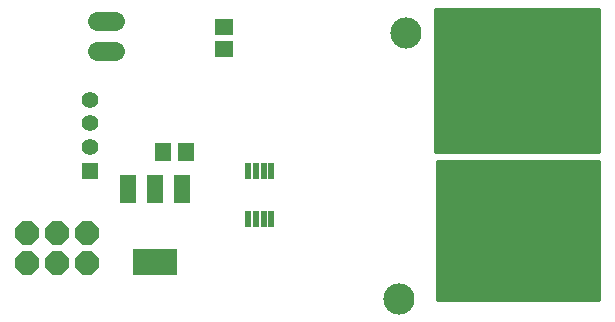
<source format=gbs>
G75*
%MOIN*%
%OFA0B0*%
%FSLAX24Y24*%
%IPPOS*%
%LPD*%
%AMOC8*
5,1,8,0,0,1.08239X$1,22.5*
%
%ADD10C,0.1040*%
%ADD11C,0.0100*%
%ADD12OC8,0.0780*%
%ADD13R,0.0520X0.0920*%
%ADD14R,0.1457X0.0906*%
%ADD15R,0.0631X0.0552*%
%ADD16R,0.0217X0.0552*%
%ADD17R,0.0552X0.0631*%
%ADD18R,0.0555X0.0555*%
%ADD19C,0.0555*%
%ADD20C,0.3583*%
%ADD21C,0.0640*%
D10*
X017318Y001109D03*
X017547Y009976D03*
D11*
X018518Y010009D02*
X023968Y010009D01*
X023968Y009911D02*
X018518Y009911D01*
X018518Y009812D02*
X023968Y009812D01*
X023968Y009714D02*
X018518Y009714D01*
X018518Y009615D02*
X023968Y009615D01*
X023968Y009517D02*
X018518Y009517D01*
X018518Y009418D02*
X023968Y009418D01*
X023968Y009320D02*
X018518Y009320D01*
X018518Y009221D02*
X023968Y009221D01*
X023968Y009123D02*
X018518Y009123D01*
X018518Y009024D02*
X023968Y009024D01*
X023968Y008926D02*
X018518Y008926D01*
X018518Y008827D02*
X023968Y008827D01*
X023968Y008729D02*
X018518Y008729D01*
X018518Y008630D02*
X023968Y008630D01*
X023968Y008532D02*
X018518Y008532D01*
X018518Y008433D02*
X023968Y008433D01*
X023968Y008335D02*
X018518Y008335D01*
X018518Y008236D02*
X023968Y008236D01*
X023968Y008138D02*
X018518Y008138D01*
X018518Y008039D02*
X023968Y008039D01*
X023968Y007941D02*
X018518Y007941D01*
X018518Y007842D02*
X023968Y007842D01*
X023968Y007744D02*
X018518Y007744D01*
X018518Y007645D02*
X023968Y007645D01*
X023968Y007547D02*
X018518Y007547D01*
X018518Y007448D02*
X023968Y007448D01*
X023968Y007350D02*
X018518Y007350D01*
X018518Y007251D02*
X023968Y007251D01*
X023968Y007153D02*
X018518Y007153D01*
X018518Y007054D02*
X023968Y007054D01*
X023968Y006956D02*
X018518Y006956D01*
X018518Y006857D02*
X023968Y006857D01*
X023968Y006759D02*
X018518Y006759D01*
X018518Y006660D02*
X023968Y006660D01*
X023968Y006562D02*
X018518Y006562D01*
X018518Y006463D02*
X023968Y006463D01*
X023968Y006365D02*
X018518Y006365D01*
X018518Y006266D02*
X023968Y006266D01*
X023968Y006168D02*
X018518Y006168D01*
X018518Y006069D02*
X023968Y006069D01*
X023968Y006009D02*
X018518Y006009D01*
X018518Y010759D01*
X023968Y010759D01*
X023968Y006009D01*
X023968Y005709D02*
X023968Y001059D01*
X018568Y001059D01*
X018568Y005709D01*
X023968Y005709D01*
X023968Y005675D02*
X018568Y005675D01*
X018568Y005577D02*
X023968Y005577D01*
X023968Y005478D02*
X018568Y005478D01*
X018568Y005380D02*
X023968Y005380D01*
X023968Y005281D02*
X018568Y005281D01*
X018568Y005183D02*
X023968Y005183D01*
X023968Y005084D02*
X018568Y005084D01*
X018568Y004986D02*
X023968Y004986D01*
X023968Y004887D02*
X018568Y004887D01*
X018568Y004789D02*
X023968Y004789D01*
X023968Y004690D02*
X018568Y004690D01*
X018568Y004592D02*
X023968Y004592D01*
X023968Y004493D02*
X018568Y004493D01*
X018568Y004395D02*
X023968Y004395D01*
X023968Y004296D02*
X018568Y004296D01*
X018568Y004198D02*
X023968Y004198D01*
X023968Y004099D02*
X018568Y004099D01*
X018568Y004001D02*
X023968Y004001D01*
X023968Y003902D02*
X018568Y003902D01*
X018568Y003804D02*
X023968Y003804D01*
X023968Y003705D02*
X018568Y003705D01*
X018568Y003607D02*
X023968Y003607D01*
X023968Y003508D02*
X018568Y003508D01*
X018568Y003410D02*
X023968Y003410D01*
X023968Y003311D02*
X018568Y003311D01*
X018568Y003213D02*
X023968Y003213D01*
X023968Y003114D02*
X018568Y003114D01*
X018568Y003016D02*
X023968Y003016D01*
X023968Y002917D02*
X018568Y002917D01*
X018568Y002819D02*
X023968Y002819D01*
X023968Y002720D02*
X018568Y002720D01*
X018568Y002622D02*
X023968Y002622D01*
X023968Y002523D02*
X018568Y002523D01*
X018568Y002425D02*
X023968Y002425D01*
X023968Y002326D02*
X018568Y002326D01*
X018568Y002228D02*
X023968Y002228D01*
X023968Y002129D02*
X018568Y002129D01*
X018568Y002031D02*
X023968Y002031D01*
X023968Y001932D02*
X018568Y001932D01*
X018568Y001834D02*
X023968Y001834D01*
X023968Y001735D02*
X018568Y001735D01*
X018568Y001637D02*
X023968Y001637D01*
X023968Y001538D02*
X018568Y001538D01*
X018568Y001440D02*
X023968Y001440D01*
X023968Y001341D02*
X018568Y001341D01*
X018568Y001243D02*
X023968Y001243D01*
X023968Y001144D02*
X018568Y001144D01*
X018518Y010108D02*
X023968Y010108D01*
X023968Y010206D02*
X018518Y010206D01*
X018518Y010305D02*
X023968Y010305D01*
X023968Y010403D02*
X018518Y010403D01*
X018518Y010502D02*
X023968Y010502D01*
X023968Y010600D02*
X018518Y010600D01*
X018518Y010699D02*
X023968Y010699D01*
D12*
X004918Y002309D03*
X005918Y002309D03*
X006918Y002309D03*
X006918Y003309D03*
X005918Y003309D03*
X004918Y003309D03*
D13*
X008258Y004779D03*
X009168Y004779D03*
X010078Y004779D03*
D14*
X009168Y002339D03*
D15*
X011479Y009435D03*
X011479Y010183D03*
D16*
X012284Y005366D03*
X012540Y005366D03*
X012796Y005366D03*
X013052Y005366D03*
X013052Y003752D03*
X012796Y003752D03*
X012540Y003752D03*
X012284Y003752D03*
D17*
X010192Y006009D03*
X009444Y006009D03*
D18*
X007018Y005378D03*
D19*
X007018Y006165D03*
X007018Y006952D03*
X007018Y007740D03*
D20*
X021466Y008819D03*
X021466Y002913D03*
D21*
X007839Y009375D02*
X007239Y009375D01*
X007239Y010375D02*
X007839Y010375D01*
M02*

</source>
